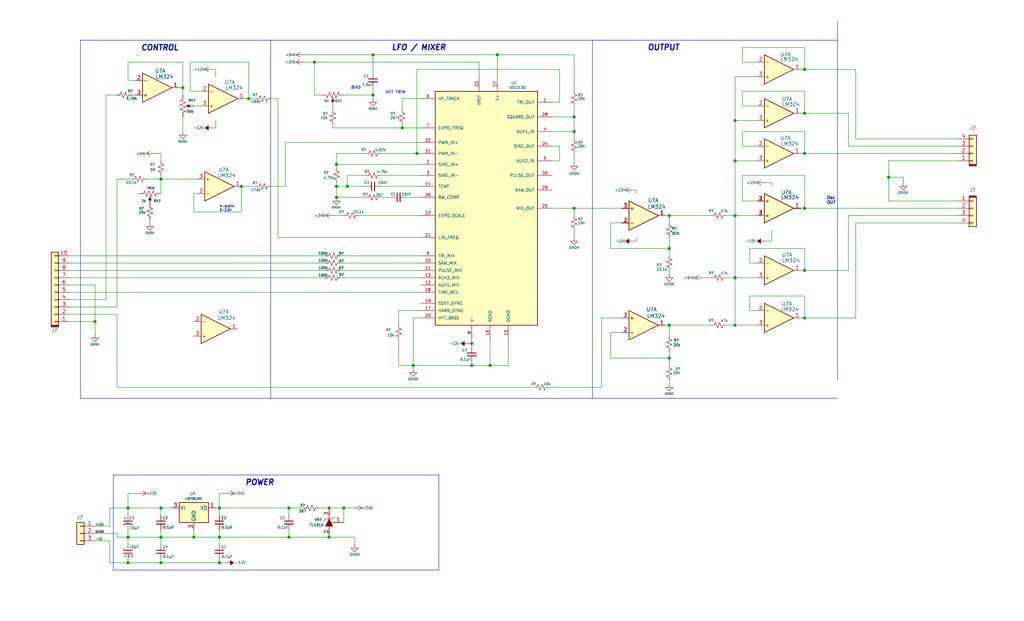
<source format=kicad_sch>
(kicad_sch (version 20231120) (generator "eeschema") (generator_version "8.0")
  (paper "USLegal")
  (title_block (title "Synth #2") (date "2023-07-27") (rev "0.1") (company "      MLE Tech                  Cedar Park, TX") (comment 2 "In Development"))
  (lib_symbols
    (symbol "Amplifier_Operational:LM324" (pin_names (offset 0.127))
      (property "Reference" "U" (at 0 5.08 0))
      (property "Value" "LM324" (at 0 -5.08 0))
      (symbol "LM324_1_1"
        (pin output line (at 7.62 0 180) (length 2.54) (name "~") (number "1"))
        (pin input line (at -7.62 -2.54 0) (length 2.54) (name "-") (number "2"))
        (pin input line (at -7.62 2.54 0) (length 2.54) (name "+") (number "3"))
      )
      (symbol "LM324_2_1"
        (pin input line (at -7.62 2.54 0) (length 2.54) (name "+") (number "5"))
        (pin input line (at -7.62 -2.54 0) (length 2.54) (name "-") (number "6"))
        (pin output line (at 7.62 0 180) (length 2.54) (name "~") (number "7"))
      )
      (symbol "LM324_3_1"
        (pin input line (at -7.62 2.54 0) (length 2.54) (name "+") (number "10"))
        (pin output line (at 7.62 0 180) (length 2.54) (name "~") (number "8"))
        (pin input line (at -7.62 -2.54 0) (length 2.54) (name "-") (number "9"))
      )
      (symbol "LM324_4_1"
        (pin input line (at -7.62 2.54 0) (length 2.54) (name "+") (number "12"))
        (pin input line (at -7.62 -2.54 0) (length 2.54) (name "-") (number "13"))
        (pin output line (at 7.62 0 180) (length 2.54) (name "~") (number "14"))
      )
      (symbol "LM324_5_1"
        (pin power_in line (at -2.54 -7.62 90) (length 3.81) (name "V-") (number "11"))
        (pin power_in line (at -2.54 7.62 270) (length 3.81) (name "V+") (number "4"))
      )
    )
    (symbol "Amplifier_Operational:LM324A" (pin_names (offset 0.127))
      (property "Reference" "U" (at 0 5.08 0))
      (property "Value" "LM324A" (at 0 -5.08 0))
      (symbol "LM324A_1_1"
        (pin output line (at 7.62 0 180) (length 2.54) (name "~") (number "1"))
        (pin input line (at -7.62 -2.54 0) (length 2.54) (name "-") (number "2"))
        (pin input line (at -7.62 2.54 0) (length 2.54) (name "+") (number "3"))
      )
      (symbol "LM324A_2_1"
        (pin input line (at -7.62 2.54 0) (length 2.54) (name "+") (number "5"))
        (pin input line (at -7.62 -2.54 0) (length 2.54) (name "-") (number "6"))
        (pin output line (at 7.62 0 180) (length 2.54) (name "~") (number "7"))
      )
      (symbol "LM324A_3_1"
        (pin input line (at -7.62 2.54 0) (length 2.54) (name "+") (number "10"))
        (pin output line (at 7.62 0 180) (length 2.54) (name "~") (number "8"))
        (pin input line (at -7.62 -2.54 0) (length 2.54) (name "-") (number "9"))
      )
      (symbol "LM324A_4_1"
        (pin input line (at -7.62 2.54 0) (length 2.54) (name "+") (number "12"))
        (pin input line (at -7.62 -2.54 0) (length 2.54) (name "-") (number "13"))
        (pin output line (at 7.62 0 180) (length 2.54) (name "~") (number "14"))
      )
      (symbol "LM324A_5_1"
        (pin power_in line (at -2.54 -7.62 90) (length 3.81) (name "V-") (number "11"))
        (pin power_in line (at -2.54 7.62 270) (length 3.81) (name "V+") (number "4"))
      )
    )
    (symbol "Connector_Generic:Conn_01x03" (pin_names (offset 1.016) hide)
      (property "Reference" "J" (at 0 5.08 0))
      (property "Value" "Conn_01x03" (at 0 -5.08 0))
      (symbol "Conn_01x03_1_1"
        (pin passive line (at -5.08 2.54 0) (length 3.81) (name "Pin_1") (number "1"))
        (pin passive line (at -5.08 0 0) (length 3.81) (name "Pin_2") (number "2"))
        (pin passive line (at -5.08 -2.54 0) (length 3.81) (name "Pin_3") (number "3"))
      )
    )
    (symbol "Connector_keyed_kicad_sym:Conn_01x04" (pin_names (offset 1.016) hide)
      (property "Reference" "J" (at -0.6858 5.588 0))
      (property "Value" "Conn_01x04" (at -0.1524 -7.9502 0))
      (symbol "Conn_01x04_1_1"
        (pin passive line (at -5.08 2.54 0) (length 3.81) (name "Pin_1") (number "1"))
        (pin passive line (at -5.08 0 0) (length 3.81) (name "Pin_2") (number "2"))
        (pin passive line (at -5.08 -2.54 0) (length 3.81) (name "Pin_3") (number "3"))
        (pin passive line (at -5.08 -5.08 0) (length 3.81) (name "Pin_4") (number "4"))
      )
    )
    (symbol "Connector_keyed_kicad_sym:Conn_01x10h" (pin_names (offset 1.016) hide)
      (property "Reference" "J28" (at 0 13.97 0))
      (symbol "Conn_01x10h_1_1"
        (pin passive line (at -5.08 10.16 0) (length 3.81) (name "Pin_1") (number "1"))
        (pin passive line (at -5.08 -12.7 0) (length 3.81) (name "Pin_10") (number "10"))
        (pin passive line (at -5.08 7.62 0) (length 3.81) (name "Pin_2") (number "2"))
        (pin passive line (at -5.08 5.08 0) (length 3.81) (name "Pin_3") (number "3"))
        (pin passive line (at -5.08 2.54 0) (length 3.81) (name "Pin_4") (number "4"))
        (pin passive line (at -5.08 0 0) (length 3.81) (name "Pin_5") (number "5"))
        (pin passive line (at -5.08 -2.54 0) (length 3.81) (name "Pin_6") (number "6"))
        (pin passive line (at -5.08 -5.08 0) (length 3.81) (name "Pin_7") (number "7"))
        (pin passive line (at -5.08 -7.62 0) (length 3.81) (name "Pin_8") (number "8"))
        (pin passive line (at -5.08 -10.16 0) (length 3.81) (name "Pin_9") (number "9"))
      )
    )
    (symbol "Device:C_Polarized_Small_US" (pin_numbers hide) (pin_names (offset 0.254) hide)
      (property "Reference" "C" (at 0.254 1.778 0))
      (property "Value" "C_Polarized_Small_US" (at 0.254 -2.032 0))
      (symbol "C_Polarized_Small_US_1_1"
        (pin passive line (at 0 2.54 270) (length 2.032) (name "~") (number "1"))
        (pin passive line (at 0 -2.54 90) (length 2.032) (name "~") (number "2"))
      )
    )
    (symbol "Device:C_Small" (pin_numbers hide) (pin_names (offset 0.254) hide)
      (property "Reference" "C" (at 0.254 1.778 0))
      (property "Value" "C_Small" (at 0.254 -2.032 0))
      (symbol "C_Small_1_1"
        (pin passive line (at 0 2.54 270) (length 2.032) (name "~") (number "1"))
        (pin passive line (at 0 -2.54 90) (length 2.032) (name "~") (number "2"))
      )
    )
    (symbol "Device:R_Potentiometer_US" (pin_names (offset 1.016) hide)
      (property "Reference" "RV4" (at -1.0668 0.7874 0))
      (property "Value" "5k" (at -1.6256 -0.9906 0))
      (symbol "R_Potentiometer_US_1_1"
        (pin passive line (at 0 3.81 270) (length 1.27) (name "1") (number ""))
        (pin passive line (at 3.81 0 180) (length 1.27) (name "2") (number ""))
        (pin passive line (at 0 -3.81 90) (length 1.27) (name "3") (number ""))
      )
    )
    (symbol "Device:R_Small_US" (pin_numbers hide) (pin_names (offset 0.254) hide)
      (property "Reference" "R" (at 0.762 0.508 0))
      (property "Value" "R_Small_US" (at 0.762 -1.016 0))
      (symbol "R_Small_US_1_1"
        (pin passive line (at 0 2.54 270) (length 1.016) (name "~") (number "1"))
        (pin passive line (at 0 -2.54 90) (length 1.016) (name "~") (number "2"))
      )
    )
    (symbol "Regulator_Linear:LM78L05_TO92" (pin_names (offset 0.254))
      (property "Reference" "U" (at -3.81 3.175 0))
      (property "Value" "LM78L05_TO92" (at 0 3.175 0))
      (symbol "LM78L05_TO92_1_1"
        (pin power_out line (at 7.62 0 180) (length 2.54) (name "VO") (number "1"))
        (pin power_in line (at 0 -7.62 90) (length 2.54) (name "GND") (number "2"))
        (pin power_in line (at -7.62 0 0) (length 2.54) (name "VI") (number "3"))
      )
    )
    (symbol "SSI2130:SSI2130" (pin_names (offset 1.016))
      (property "Reference" "U109" (at 9.4996 43.5102 0))
      (property "Value" "SSI2130" (at 10.8966 41.9354 0))
      (symbol "SSI2130_0_0"
        (pin output line (at 22.86 36.83 180) (length 5.08) (name "TRI_OUT") (number "1"))
        (pin input line (at -22.86 -19.05 0) (length 5.08) (name "SAW_MIX") (number "10"))
        (pin input line (at -22.86 -21.59 0) (length 5.08) (name "PULSE_MIX") (number "11"))
        (pin input line (at -22.86 -26.67 0) (length 5.08) (name "AUX1_MIX") (number "12"))
        (pin input line (at -22.86 -24.13 0) (length 5.08) (name "AUX2_MIX") (number "13"))
        (pin input line (at -22.86 7.62 0) (length 5.08) (name "TCAP") (number "14"))
        (pin power_in line (at 7.62 -45.72 90) (length 5.08) (name "DGND") (number "15"))
        (pin power_in line (at 1.27 -45.72 90) (length 5.08) (name "AGND") (number "16"))
        (pin input line (at -22.86 -35.56 0) (length 5.08) (name "HARD_SYNC") (number "17"))
        (pin input line (at -22.86 -29.21 0) (length 5.08) (name "TIME_REV") (number "18"))
        (pin input line (at -22.86 -33.02 0) (length 5.08) (name "SOFT_SYNC") (number "19"))
        (pin input line (at -22.86 15.24 0) (length 5.08) (name "SINE_IN+") (number "2"))
        (pin input line (at -22.86 -38.1 0) (length 5.08) (name "HFT_BASE") (number "20"))
        (pin input line (at -22.86 -10.16 0) (length 5.08) (name "LIN_FREQ") (number "21"))
        (pin input line (at -22.86 -2.54 0) (length 5.08) (name "EXPO_SCALE") (number "22"))
        (pin input line (at -2.54 45.72 270) (length 5.08) (name "VREF") (number "23"))
        (pin output line (at 22.86 21.59 180) (length 5.08) (name "SINE_OUT") (number "24"))
        (pin output line (at 22.86 0 180) (length 5.08) (name "MIX_OUT") (number "25"))
        (pin input line (at -22.86 3.81 0) (length 5.08) (name "BW_COMP") (number "26"))
        (pin power_in line (at 3.81 45.72 270) (length 5.08) (name "V+") (number "27"))
        (pin output line (at 22.86 31.75 180) (length 5.08) (name "SQUARE_OUT") (number "28"))
        (pin output line (at 22.86 6.35 180) (length 5.08) (name "SAW_OUT") (number "29"))
        (pin input line (at -22.86 11.43 0) (length 5.08) (name "SINE_IN-") (number "3"))
        (pin output line (at 22.86 11.43 180) (length 5.08) (name "PULSE_OUT") (number "30"))
        (pin input line (at -22.86 19.05 0) (length 5.08) (name "PWM_IN-") (number "31"))
        (pin input line (at -22.86 22.86 0) (length 5.08) (name "PWM_IN+") (number "32"))
        (pin input line (at 22.86 26.67 180) (length 5.08) (name "AUX1_IN") (number "4"))
        (pin input line (at 22.86 16.51 180) (length 5.08) (name "AUX2_IN") (number "5"))
        (pin output line (at -22.86 38.1 0) (length 5.08) (name "HF_TRACK") (number "6"))
        (pin input line (at -22.86 27.94 0) (length 5.08) (name "EXPO_FREQ") (number "7"))
        (pin power_in line (at -5.08 -45.72 90) (length 5.08) (name "V-") (number "8"))
        (pin input line (at -22.86 -16.51 0) (length 5.08) (name "TRI_MIX") (number "9"))
      )
    )
    (symbol "dk_PMIC-Voltage-Reference:TL431CLPM" (pin_names (offset 0) hide)
      (property "Reference" "VR" (at -2.54 3.175 0))
      (property "Value" "TL431CLPM" (at -5.715 0 90))
      (symbol "TL431CLPM_1_1"
        (pin passive line (at 5.08 0 180) (length 3.81) (name "REF") (number "1"))
        (pin passive line (at 0 -5.08 90) (length 3.81) (name "A") (number "2"))
        (pin passive line (at 0 5.08 270) (length 3.81) (name "K") (number "3"))
      )
    )
    (symbol "power:+12V" (power) (pin_names (offset 0))
      (property "Value" "+12V" (at 0 3.556 0))
      (symbol "+12V_1_1"
        (pin power_in line (at 0 0 90) (length 0) hide (name "+12V") (number "1"))
      )
    )
    (symbol "power:+2V5" (power) (pin_names (offset 0))
      (property "Value" "+2V5" (at 0 3.556 0))
      (symbol "+2V5_1_1"
        (pin power_in line (at 0 0 90) (length 0) hide (name "+2V5") (number "1"))
      )
    )
    (symbol "power:+5VA" (power) (pin_names (offset 0))
      (property "Value" "+5VA" (at 0 3.556 0))
      (symbol "+5VA_1_1"
        (pin power_in line (at 0 0 90) (length 0) hide (name "+5VA") (number "1"))
      )
    )
    (symbol "power:-12V" (power) (pin_names (offset 0))
      (property "Value" "-12V" (at 0 3.81 0))
      (symbol "-12V_0_0"
        (pin power_in line (at 0 0 90) (length 0) hide (name "-12V") (number "1"))
      )
    )
    (symbol "power:GNDA" (power) (pin_names (offset 0))
      (property "Value" "GNDA" (at 0 -3.81 0))
      (symbol "GNDA_1_1"
        (pin power_in line (at 0 0 270) (length 0) hide (name "GNDA") (number "1"))
      )
    )
  )
  (junction (at 279.4 53.34))
  (junction (at 255.27 41.91))
  (junction (at 76.2 195.58))
  (junction (at 44.45 186.69))
  (junction (at 129.54 19.05))
  (junction (at 255.27 74.93))
  (junction (at 55.88 195.58))
  (junction (at 44.45 176.53))
  (junction (at 255.27 55.88))
  (junction (at 83.82 64.77))
  (junction (at 109.22 21.59))
  (junction (at 86.36 34.29))
  (junction (at 172.72 19.05))
  (junction (at 76.2 186.69))
  (junction (at 76.2 176.53))
  (junction (at 100.33 176.53))
  (junction (at 143.51 127))
  (junction (at 114.3 186.69))
  (junction (at 144.78 53.34))
  (junction (at 170.18 127))
  (junction (at 232.41 113.03))
  (junction (at 67.31 186.69))
  (junction (at 100.33 186.69))
  (junction (at 163.83 127))
  (junction (at 139.7 44.45))
  (junction (at 232.41 124.46))
  (junction (at 63.5 30.48))
  (junction (at 114.3 176.53))
  (junction (at 163.83 119.38))
  (junction (at 33.02 111.76))
  (junction (at 55.88 186.69))
  (junction (at 279.4 110.49))
  (junction (at 116.84 64.77))
  (junction (at 55.88 176.53))
  (junction (at 55.88 62.23))
  (junction (at 279.4 72.39))
  (junction (at 232.41 86.36))
  (junction (at 255.27 96.52))
  (junction (at 116.84 57.15))
  (junction (at 232.41 74.93))
  (junction (at 116.84 68.58))
  (junction (at 119.38 176.53))
  (junction (at 279.4 39.37))
  (junction (at 279.4 93.98))
  (junction (at 279.4 24.13))
  (junction (at 308.61 61.595))
  (junction (at 129.54 33.02))
  (junction (at 120.65 64.77))
  (junction (at 199.39 40.64))
  (junction (at 44.45 195.58))
  (junction (at 255.27 113.03))
  (junction (at 199.39 72.39))
  (junction (at 199.39 45.72))
  (wire (pts (xy 279.4 86.36) (xy 279.4 93.98)))
  (wire (pts (xy 265.43 63.5) (xy 267.97 63.5)))
  (wire (pts (xy 55.88 186.69) (xy 67.31 186.69)))
  (wire (pts (xy 262.89 96.52) (xy 255.27 96.52)))
  (wire (pts (xy 119.38 176.53) (xy 114.3 176.53)))
  (polyline (pts (xy 290.83 138.43) (xy 35.56 138.43)))
  (wire (pts (xy 55.88 194.31) (xy 55.88 195.58)))
  (wire (pts (xy 40.64 62.23) (xy 40.64 106.68)))
  (polyline (pts (xy 35.56 13.97) (xy 290.83 13.97)))
  (wire (pts (xy 257.81 60.96) (xy 257.81 69.85)))
  (wire (pts (xy 232.41 121.92) (xy 232.41 124.46)))
  (wire (pts (xy 144.78 24.13) (xy 194.31 24.13)))
  (wire (pts (xy 332.74 74.93) (xy 294.64 74.93)))
  (wire (pts (xy 115.57 44.45) (xy 139.7 44.45)))
  (wire (pts (xy 38.1 182.88) (xy 38.1 176.53)))
  (wire (pts (xy 55.88 62.23) (xy 68.58 62.23)))
  (wire (pts (xy 96.52 34.29) (xy 96.52 82.55)))
  (wire (pts (xy 127 60.96) (xy 120.65 60.96)))
  (wire (pts (xy 139.7 43.18) (xy 139.7 44.45)))
  (wire (pts (xy 138.43 118.11) (xy 138.43 127)))
  (wire (pts (xy 267.97 80.01) (xy 267.97 83.82)))
  (wire (pts (xy 24.13 101.6) (xy 146.05 101.6)))
  (polyline (pts (xy 35.56 13.97) (xy 27.94 13.97)))
  (wire (pts (xy 262.89 113.03) (xy 255.27 113.03)))
  (wire (pts (xy 294.64 50.8) (xy 294.64 39.37)))
  (wire (pts (xy 105.41 176.53) (xy 100.33 176.53)))
  (wire (pts (xy 76.2 195.58) (xy 78.74 195.58)))
  (wire (pts (xy 212.09 86.36) (xy 232.41 86.36)))
  (wire (pts (xy 260.35 107.95) (xy 262.89 107.95)))
  (wire (pts (xy 255.27 96.52) (xy 255.27 113.03)))
  (wire (pts (xy 135.89 68.58) (xy 132.08 68.58)))
  (wire (pts (xy 297.18 48.26) (xy 297.18 24.13)))
  (wire (pts (xy 255.27 74.93) (xy 255.27 96.52)))
  (wire (pts (xy 24.13 104.14) (xy 36.83 104.14)))
  (polyline (pts (xy 93.98 134.62) (xy 93.98 13.97)))
  (wire (pts (xy 76.2 184.15) (xy 76.2 186.69)))
  (wire (pts (xy 278.13 24.13) (xy 279.4 24.13)))
  (wire (pts (xy 63.5 40.64) (xy 63.5 45.72)))
  (wire (pts (xy 194.31 50.8) (xy 194.31 55.88)))
  (wire (pts (xy 33.02 99.06) (xy 24.13 99.06)))
  (wire (pts (xy 166.37 26.67) (xy 166.37 21.59)))
  (wire (pts (xy 163.83 127) (xy 163.83 125.73)))
  (wire (pts (xy 260.35 86.36) (xy 260.35 91.44)))
  (wire (pts (xy 67.31 36.83) (xy 69.85 36.83)))
  (wire (pts (xy 115.57 43.18) (xy 115.57 44.45)))
  (wire (pts (xy 232.41 74.93) (xy 247.015 74.93)))
  (wire (pts (xy 212.09 124.46) (xy 212.09 115.57)))
  (wire (pts (xy 143.51 110.49) (xy 143.51 127)))
  (wire (pts (xy 127 64.77) (xy 120.65 64.77)))
  (wire (pts (xy 48.26 171.45) (xy 44.45 171.45)))
  (wire (pts (xy 96.52 82.55) (xy 146.05 82.55)))
  (wire (pts (xy 38.1 176.53) (xy 44.45 176.53)))
  (wire (pts (xy 132.08 60.96) (xy 146.05 60.96)))
  (wire (pts (xy 144.78 53.34) (xy 144.78 24.13)))
  (wire (pts (xy 67.31 73.66) (xy 67.31 67.31)))
  (wire (pts (xy 313.69 63.5) (xy 313.69 61.595)))
  (wire (pts (xy 139.7 44.45) (xy 146.05 44.45)))
  (wire (pts (xy 194.31 35.56) (xy 194.31 24.13)))
  (wire (pts (xy 93.98 64.77) (xy 99.06 64.77)))
  (wire (pts (xy 199.39 36.83) (xy 199.39 40.64)))
  (wire (pts (xy 55.88 176.53) (xy 59.69 176.53)))
  (wire (pts (xy 257.81 31.75) (xy 257.81 36.83)))
  (wire (pts (xy 219.71 66.04) (xy 220.98 66.04)))
  (wire (pts (xy 191.77 45.72) (xy 199.39 45.72)))
  (wire (pts (xy 332.74 69.85) (xy 308.61 69.85)))
  (wire (pts (xy 118.11 91.44) (xy 146.05 91.44)))
  (wire (pts (xy 100.33 179.07) (xy 100.33 176.53)))
  (wire (pts (xy 24.13 91.44) (xy 113.03 91.44)))
  (wire (pts (xy 146.05 107.95) (xy 138.43 107.95)))
  (polyline (pts (xy 93.98 134.62) (xy 93.98 138.43)))
  (wire (pts (xy 67.31 186.69) (xy 76.2 186.69)))
  (wire (pts (xy 308.61 61.595) (xy 308.61 55.88)))
  (wire (pts (xy 83.82 64.77) (xy 83.82 73.66)))
  (wire (pts (xy 199.39 72.39) (xy 215.9 72.39)))
  (wire (pts (xy 127 53.34) (xy 116.84 53.34)))
  (wire (pts (xy 255.27 26.67) (xy 255.27 41.91)))
  (wire (pts (xy 260.35 86.36) (xy 279.4 86.36)))
  (wire (pts (xy 332.74 77.47) (xy 297.18 77.47)))
  (wire (pts (xy 144.78 53.34) (xy 146.05 53.34)))
  (wire (pts (xy 88.9 64.77) (xy 83.82 64.77)))
  (wire (pts (xy 24.13 96.52) (xy 113.03 96.52)))
  (wire (pts (xy 279.4 102.87) (xy 279.4 110.49)))
  (wire (pts (xy 279.4 39.37) (xy 279.4 31.75)))
  (wire (pts (xy 257.81 69.85) (xy 262.89 69.85)))
  (wire (pts (xy 114.3 186.69) (xy 100.33 186.69)))
  (wire (pts (xy 262.89 50.8) (xy 257.81 50.8)))
  (wire (pts (xy 232.41 77.47) (xy 232.41 74.93)))
  (wire (pts (xy 262.89 41.91) (xy 255.27 41.91)))
  (wire (pts (xy 50.8 62.23) (xy 55.88 62.23)))
  (wire (pts (xy 73.66 24.13) (xy 74.93 24.13)))
  (wire (pts (xy 116.84 53.34) (xy 116.84 57.15)))
  (wire (pts (xy 215.9 77.47) (xy 212.09 77.47)))
  (wire (pts (xy 278.13 72.39) (xy 279.4 72.39)))
  (wire (pts (xy 279.4 72.39) (xy 279.4 60.96)))
  (wire (pts (xy 67.31 67.31) (xy 68.58 67.31)))
  (wire (pts (xy 191.77 55.88) (xy 194.31 55.88)))
  (wire (pts (xy 294.64 74.93) (xy 294.64 93.98)))
  (wire (pts (xy 44.45 186.69) (xy 55.88 186.69)))
  (wire (pts (xy 132.08 64.77) (xy 146.05 64.77)))
  (wire (pts (xy 76.2 189.23) (xy 76.2 186.69)))
  (wire (pts (xy 232.41 124.46) (xy 212.09 124.46)))
  (wire (pts (xy 111.76 33.02) (xy 109.22 33.02)))
  (wire (pts (xy 199.39 80.01) (xy 199.39 82.55)))
  (wire (pts (xy 191.77 72.39) (xy 199.39 72.39)))
  (wire (pts (xy 232.41 86.36) (xy 232.41 88.9)))
  (wire (pts (xy 119.38 33.02) (xy 129.54 33.02)))
  (polyline (pts (xy 290.83 7.62) (xy 290.83 132.08)))
  (wire (pts (xy 146.05 34.29) (xy 139.7 34.29)))
  (wire (pts (xy 44.45 171.45) (xy 44.45 176.53)))
  (polyline (pts (xy 205.74 134.62) (xy 205.74 138.43)))
  (wire (pts (xy 24.13 109.22) (xy 40.64 109.22)))
  (polyline (pts (xy 152.4 198.12) (xy 152.4 165.1)))
  (wire (pts (xy 191.77 40.64) (xy 199.39 40.64)))
  (wire (pts (xy 257.81 21.59) (xy 262.89 21.59)))
  (wire (pts (xy 262.89 55.88) (xy 255.27 55.88)))
  (wire (pts (xy 36.83 104.14) (xy 36.83 33.02)))
  (wire (pts (xy 297.18 77.47) (xy 297.18 110.49)))
  (wire (pts (xy 38.1 187.96) (xy 33.02 187.96)))
  (wire (pts (xy 232.41 116.84) (xy 232.41 113.03)))
  (wire (pts (xy 88.9 34.29) (xy 86.36 34.29)))
  (wire (pts (xy 63.5 33.02) (xy 63.5 30.48)))
  (wire (pts (xy 308.61 61.595) (xy 308.61 69.85)))
  (wire (pts (xy 231.14 74.93) (xy 232.41 74.93)))
  (polyline (pts (xy 205.74 13.97) (xy 205.74 134.62)))
  (wire (pts (xy 129.54 34.29) (xy 129.54 33.02)))
  (wire (pts (xy 44.45 194.31) (xy 44.45 195.58)))
  (wire (pts (xy 172.72 19.05) (xy 172.72 26.67)))
  (wire (pts (xy 199.39 40.64) (xy 199.39 45.72)))
  (wire (pts (xy 129.54 19.05) (xy 105.41 19.05)))
  (wire (pts (xy 279.4 39.37) (xy 294.64 39.37)))
  (wire (pts (xy 44.45 27.94) (xy 46.99 27.94)))
  (wire (pts (xy 115.57 74.93) (xy 119.38 74.93)))
  (wire (pts (xy 260.35 91.44) (xy 262.89 91.44)))
  (wire (pts (xy 132.08 53.34) (xy 144.78 53.34)))
  (wire (pts (xy 24.13 93.98) (xy 113.03 93.98)))
  (wire (pts (xy 252.095 96.52) (xy 255.27 96.52)))
  (wire (pts (xy 44.45 21.59) (xy 63.5 21.59)))
  (polyline (pts (xy 27.94 13.97) (xy 27.94 138.43)))
  (wire (pts (xy 257.81 36.83) (xy 262.89 36.83)))
  (wire (pts (xy 208.915 110.49) (xy 215.9 110.49)))
  (wire (pts (xy 55.88 55.88) (xy 55.88 53.34)))
  (wire (pts (xy 199.39 19.05) (xy 172.72 19.05)))
  (wire (pts (xy 55.88 53.34) (xy 53.34 53.34)))
  (wire (pts (xy 143.51 127) (xy 163.83 127)))
  (wire (pts (xy 40.64 109.22) (xy 40.64 134.62)))
  (wire (pts (xy 86.36 34.29) (xy 85.09 34.29)))
  (wire (pts (xy 99.06 49.53) (xy 99.06 64.77)))
  (wire (pts (xy 116.84 63.5) (xy 116.84 64.77)))
  (wire (pts (xy 143.51 128.27) (xy 143.51 127)))
  (wire (pts (xy 118.11 93.98) (xy 146.05 93.98)))
  (wire (pts (xy 44.45 186.69) (xy 44.45 189.23)))
  (wire (pts (xy 139.7 34.29) (xy 139.7 38.1)))
  (wire (pts (xy 33.02 111.76) (xy 33.02 116.205)))
  (wire (pts (xy 138.43 107.95) (xy 138.43 113.03)))
  (wire (pts (xy 40.64 186.69) (xy 44.45 186.69)))
  (wire (pts (xy 163.83 118.11) (xy 163.83 119.38)))
  (wire (pts (xy 232.41 113.03) (xy 231.14 113.03)))
  (wire (pts (xy 265.43 83.82) (xy 267.97 83.82)))
  (wire (pts (xy 162.56 119.38) (xy 163.83 119.38)))
  (wire (pts (xy 199.39 53.34) (xy 199.39 56.515)))
  (wire (pts (xy 220.98 82.55) (xy 220.98 83.82)))
  (wire (pts (xy 73.66 44.45) (xy 74.93 44.45)))
  (wire (pts (xy 199.39 74.93) (xy 199.39 72.39)))
  (wire (pts (xy 76.2 176.53) (xy 100.33 176.53)))
  (wire (pts (xy 76.2 171.45) (xy 78.74 171.45)))
  (wire (pts (xy 76.2 186.69) (xy 100.33 186.69)))
  (wire (pts (xy 279.4 60.96) (xy 257.81 60.96)))
  (wire (pts (xy 279.4 72.39) (xy 332.74 72.39)))
  (wire (pts (xy 66.04 31.75) (xy 69.85 31.75)))
  (polyline (pts (xy 39.37 165.1) (xy 39.37 198.12)))
  (wire (pts (xy 313.69 61.595) (xy 308.61 61.595)))
  (wire (pts (xy 66.04 21.59) (xy 86.36 21.59)))
  (wire (pts (xy 120.65 64.77) (xy 116.84 64.77)))
  (wire (pts (xy 66.04 31.75) (xy 66.04 21.59)))
  (wire (pts (xy 55.88 62.23) (xy 55.88 67.31)))
  (wire (pts (xy 44.45 184.15) (xy 44.45 186.69)))
  (wire (pts (xy 176.53 127) (xy 170.18 127)))
  (wire (pts (xy 116.84 57.15) (xy 146.05 57.15)))
  (wire (pts (xy 332.74 48.26) (xy 297.18 48.26)))
  (wire (pts (xy 119.38 176.53) (xy 123.19 176.53)))
  (wire (pts (xy 123.19 189.23) (xy 123.19 186.69)))
  (wire (pts (xy 76.2 179.07) (xy 76.2 176.53)))
  (wire (pts (xy 255.27 55.88) (xy 255.27 74.93)))
  (wire (pts (xy 297.18 110.49) (xy 279.4 110.49)))
  (wire (pts (xy 129.54 33.02) (xy 129.54 30.48)))
  (wire (pts (xy 143.51 110.49) (xy 146.05 110.49)))
  (wire (pts (xy 297.18 24.13) (xy 279.4 24.13)))
  (wire (pts (xy 279.4 45.72) (xy 279.4 53.34)))
  (wire (pts (xy 38.1 195.58) (xy 44.45 195.58)))
  (wire (pts (xy 127 68.58) (xy 116.84 68.58)))
  (wire (pts (xy 172.72 19.05) (xy 129.54 19.05)))
  (wire (pts (xy 76.2 194.31) (xy 76.2 195.58)))
  (wire (pts (xy 115.57 38.1) (xy 115.57 36.83)))
  (wire (pts (xy 199.39 45.72) (xy 199.39 48.26)))
  (wire (pts (xy 33.02 185.42) (xy 40.64 185.42)))
  (wire (pts (xy 279.4 16.51) (xy 279.4 24.13)))
  (wire (pts (xy 118.11 88.9) (xy 146.05 88.9)))
  (wire (pts (xy 116.84 64.77) (xy 116.84 68.58)))
  (wire (pts (xy 176.53 118.11) (xy 176.53 127)))
  (wire (pts (xy 332.74 53.34) (xy 279.4 53.34)))
  (wire (pts (xy 55.88 184.15) (xy 55.88 186.69)))
  (wire (pts (xy 55.88 195.58) (xy 44.45 195.58)))
  (polyline (pts (xy 39.37 198.12) (xy 152.4 198.12)))
  (wire (pts (xy 109.22 33.02) (xy 109.22 21.59)))
  (polyline (pts (xy 39.37 165.1) (xy 152.4 165.1)))
  (wire (pts (xy 118.11 96.52) (xy 146.05 96.52)))
  (wire (pts (xy 255.27 41.91) (xy 255.27 55.88)))
  (wire (pts (xy 100.33 184.15) (xy 100.33 186.69)))
  (wire (pts (xy 67.31 184.15) (xy 67.31 186.69)))
  (wire (pts (xy 109.22 21.59) (xy 166.37 21.59)))
  (wire (pts (xy 278.13 93.98) (xy 279.4 93.98)))
  (wire (pts (xy 232.41 93.98) (xy 232.41 95.25)))
  (wire (pts (xy 74.93 41.91) (xy 74.93 44.45)))
  (wire (pts (xy 67.31 73.66) (xy 83.82 73.66)))
  (wire (pts (xy 257.81 45.72) (xy 279.4 45.72)))
  (wire (pts (xy 33.02 182.88) (xy 38.1 182.88)))
  (wire (pts (xy 40.64 185.42) (xy 40.64 186.69)))
  (wire (pts (xy 33.02 99.06) (xy 33.02 111.76)))
  (wire (pts (xy 278.13 110.49) (xy 279.4 110.49)))
  (wire (pts (xy 110.49 176.53) (xy 114.3 176.53)))
  (wire (pts (xy 52.07 76.2) (xy 52.07 77.47)))
  (wire (pts (xy 93.98 34.29) (xy 96.52 34.29)))
  (wire (pts (xy 55.88 60.96) (xy 55.88 62.23)))
  (wire (pts (xy 191.77 50.8) (xy 194.31 50.8)))
  (wire (pts (xy 208.915 134.62) (xy 190.5 134.62)))
  (wire (pts (xy 232.41 133.35) (xy 232.41 132.08)))
  (wire (pts (xy 232.41 127) (xy 232.41 124.46)))
  (wire (pts (xy 199.39 31.75) (xy 199.39 19.05)))
  (wire (pts (xy 163.83 119.38) (xy 163.83 120.65)))
  (wire (pts (xy 267.97 63.5) (xy 267.97 64.77)))
  (wire (pts (xy 232.41 82.55) (xy 232.41 86.36)))
  (wire (pts (xy 24.13 88.9) (xy 113.03 88.9)))
  (wire (pts (xy 124.46 74.93) (xy 146.05 74.93)))
  (wire (pts (xy 279.4 31.75) (xy 257.81 31.75)))
  (wire (pts (xy 55.88 179.07) (xy 55.88 176.53)))
  (wire (pts (xy 119.38 181.61) (xy 119.38 176.53)))
  (wire (pts (xy 44.45 27.94) (xy 44.45 21.59)))
  (wire (pts (xy 208.915 134.62) (xy 208.915 110.49)))
  (wire (pts (xy 279.4 102.87) (xy 260.35 102.87)))
  (wire (pts (xy 76.2 195.58) (xy 55.88 195.58)))
  (wire (pts (xy 74.93 176.53) (xy 76.2 176.53)))
  (wire (pts (xy 45.72 33.02) (xy 46.99 33.02)))
  (wire (pts (xy 40.64 134.62) (xy 185.42 134.62)))
  (wire (pts (xy 257.81 50.8) (xy 257.81 45.72)))
  (wire (pts (xy 220.98 67.31) (xy 220.98 66.04)))
  (wire (pts (xy 86.36 21.59) (xy 86.36 34.29)))
  (wire (pts (xy 170.18 118.11) (xy 170.18 127)))
  (wire (pts (xy 212.09 77.47) (xy 212.09 86.36)))
  (wire (pts (xy 243.84 96.52) (xy 247.015 96.52)))
  (wire (pts (xy 262.89 26.67) (xy 255.27 26.67)))
  (wire (pts (xy 252.095 113.03) (xy 255.27 113.03)))
  (wire (pts (xy 44.45 176.53) (xy 55.88 176.53)))
  (wire (pts (xy 120.65 60.96) (xy 120.65 64.77)))
  (wire (pts (xy 260.35 102.87) (xy 260.35 107.95)))
  (wire (pts (xy 262.89 74.93) (xy 255.27 74.93)))
  (wire (pts (xy 116.84 57.15) (xy 116.84 58.42)))
  (wire (pts (xy 332.74 50.8) (xy 294.64 50.8)))
  (wire (pts (xy 278.13 53.34) (xy 279.4 53.34)))
  (wire (pts (xy 38.1 187.96) (xy 38.1 195.58)))
  (wire (pts (xy 247.015 113.03) (xy 232.41 113.03)))
  (wire (pts (xy 99.06 49.53) (xy 146.05 49.53)))
  (wire (pts (xy 63.5 21.59) (xy 63.5 30.48)))
  (wire (pts (xy 76.2 176.53) (xy 76.2 171.45)))
  (wire (pts (xy 191.77 35.56) (xy 194.31 35.56)))
  (wire (pts (xy 24.13 106.68) (xy 40.64 106.68)))
  (wire (pts (xy 36.83 33.02) (xy 40.64 33.02)))
  (wire (pts (xy 129.54 19.05) (xy 129.54 25.4)))
  (wire (pts (xy 105.41 21.59) (xy 109.22 21.59)))
  (wire (pts (xy 170.18 127) (xy 163.83 127)))
  (wire (pts (xy 212.09 115.57) (xy 215.9 115.57)))
  (wire (pts (xy 140.97 68.58) (xy 146.05 68.58)))
  (polyline (pts (xy 35.56 138.43) (xy 27.94 138.43)))
  (wire (pts (xy 252.095 74.93) (xy 255.27 74.93)))
  (wire (pts (xy 219.71 83.82) (xy 220.98 83.82)))
  (wire (pts (xy 62.23 30.48) (xy 63.5 30.48)))
  (wire (pts (xy 123.19 186.69) (xy 114.3 186.69)))
  (wire (pts (xy 278.13 39.37) (xy 279.4 39.37)))
  (wire (pts (xy 279.4 93.98) (xy 294.64 93.98)))
  (wire (pts (xy 45.72 62.23) (xy 40.64 62.23)))
  (wire (pts (xy 257.81 16.51) (xy 257.81 21.59)))
  (wire (pts (xy 44.45 176.53) (xy 44.45 179.07)))
  (wire (pts (xy 138.43 127) (xy 143.51 127)))
  (wire (pts (xy 257.81 16.51) (xy 279.4 16.51)))
  (wire (pts (xy 24.13 111.76) (xy 33.02 111.76)))
  (wire (pts (xy 332.74 55.88) (xy 308.61 55.88)))
  (wire (pts (xy 74.93 26.67) (xy 74.93 24.13)))
  (wire (pts (xy 55.88 189.23) (xy 55.88 186.69)))
  (text "Osc\nOUT" (at 287.02 71.12 0) (effects (font (size 1.016 1.016) (thickness 0.2032) (bold yes) (italic yes)) (justify left bottom)))
  (text "_{HFT TRIM}" (at 133.7056 32.7152 0) (effects (font (size 1.27 1.27) (italic yes)) (justify left bottom)))
  (text "LFO / MIXER" (at 135.89 17.78 0) (effects (font (size 1.905 1.905) (bold yes) (italic yes)) (justify left bottom)))
  (text "CONTROL" (at 48.8404 17.8608 0) (effects (font (size 1.905 1.905) (bold yes) (italic yes)) (justify left bottom)))
  (text "_{TRIM}" (at 50.8 66.04 0) (effects (font (size 1.016 1.016) (italic yes)) (justify left bottom)))
  (text "0-2.5V" (at 76.2 73.66 0) (effects (font (size 0.762 0.762)) (justify left bottom)))
  (text "_{BIAS}" (at 121.8184 31.0642 0) (effects (font (size 1.27 1.27) (italic yes)) (justify left bottom)))
  (text "P-WIDTH" (at 76.2 72.39 0) (effects (font (size 0.762 0.762)) (justify left bottom)))
  (text "POWER" (at 85.09 168.91 0) (effects (font (size 1.905 1.905) (bold yes) (italic yes)) (justify left bottom)))
  (text "OUTPUT\n" (at 224.79 17.78 0) (effects (font (size 1.905 1.905) (bold yes) (italic yes)) (justify left bottom)))
  (label "GNDA" (at 33.02 185.42 0) (effects (font (size 0.762 0.762))))
  (label "-12" (at 33.02 187.96 0) (effects (font (size 0.762 0.762))))
  (label "+12v" (at 33.02 182.88 0) (effects (font (size 0.762 0.762))))
  (symbol (lib_id "power:GNDA") (at 129.54 34.29 0) (unit 1)
    (property "Reference" "#PWR?" (effects (hide yes)))
    (property "Value" "GNDA" (at 129.4892 37.7444 0) (effects (font (size 0.762 0.762))))
  )
  (symbol (lib_id "power:-12V") (at 265.43 83.82 90) (mirror x) (unit 1)
    (property "Reference" "#PWR?" (effects (hide yes)))
    (property "Value" "-12V" (at 262.5344 83.7438 90) (effects (font (size 0.889 0.889)) (justify left)))
  )
  (symbol (lib_id "power:-12V") (at 162.56 119.38 90) (unit 1)
    (property "Reference" "#PWR?" (effects (hide yes)))
    (property "Value" "-12V" (at 159.6136 119.4054 90) (effects (font (size 0.889 0.889)) (justify left)))
  )
  (symbol (lib_id "Amplifier_Operational:LM324A") (at 77.47 34.29 0) (mirror x) (unit 1)
    (property "Reference" "U?" (at 79.8004 28.51 0))
    (property "Value" "LM324" (at 81.28 30.48 0))
    (property "Datasheet" "http://www.ti.com/lit/ds/symlink/lm2902-n.pdf" (effects (hide yes)))
  )
  (symbol (lib_id "power:GNDA") (at 232.41 133.35 0) (unit 1)
    (property "Reference" "#PWR?" (effects (hide yes)))
    (property "Value" "GNDA" (at 232.3592 136.8044 0) (effects (font (size 0.762 0.762))))
  )
  (symbol (lib_id "Amplifier_Operational:LM324A") (at 74.93 114.3 0) (mirror x) (unit 1)
    (property "Reference" "U?" (at 77.6685 108.3063 0))
    (property "Value" "LM324" (at 78.74 110.49 0))
    (property "Datasheet" "http://www.ti.com/lit/ds/symlink/lm2902-n.pdf" (effects (hide yes)))
  )
  (symbol (lib_id "Amplifier_Operational:LM324A") (at 54.61 30.48 0) (mirror x) (unit 1)
    (property "Reference" "U?" (at 55.6631 24.5994 0))
    (property "Value" "LM324" (at 57.15 26.67 0))
    (property "Datasheet" "http://www.ti.com/lit/ds/symlink/lm2902-n.pdf" (effects (hide yes)))
  )
  (symbol (lib_id "power:+12V") (at 219.71 66.04 90) (mirror x) (unit 1)
    (property "Reference" "#PWR?" (effects (hide yes)))
    (property "Value" "+12V" (at 217.17 66.04 90) (effects (font (size 0.889 0.889)) (justify left)))
  )
  (symbol (lib_id "Device:R_Small_US") (at 199.39 50.8 0) (unit 1)
    (property "Reference" "R?" (at 200.66 49.53 0) (effects (font (size 0.889 0.889)) (justify left)))
    (property "Value" "20k" (at 200.66 50.8 0) (effects (font (size 0.889 0.889)) (justify left)))
  )
  (symbol (lib_id "power:GNDA") (at 199.39 56.515 0) (unit 1)
    (property "Reference" "#PWR?" (effects (hide yes)))
    (property "Value" "GNDA" (at 199.39 60.325 0) (effects (font (size 0.889 0.889))))
  )
  (symbol (lib_id "power:+5VA") (at 105.41 19.05 90) (unit 1)
    (property "Reference" "#PWR?" (effects (hide yes)))
    (property "Value" "+5VA" (at 102.6668 19.05 90) (effects (font (size 0.889 0.889)) (justify left)))
  )
  (symbol (lib_id "Device:R_Small_US") (at 121.92 74.93 90) (unit 1)
    (property "Reference" "R?" (at 118.6165 73.6918 90) (effects (font (size 0.889 0.889))))
    (property "Value" "22.1k" (at 124.46 73.66 90) (effects (font (size 0.889 0.889))))
  )
  (symbol (lib_id "Device:R_Small_US") (at 48.26 62.23 90) (unit 1)
    (property "Reference" "R?" (at 45.847 60.8584 90) (effects (font (size 0.889 0.889))))
    (property "Value" "22.1k" (at 45.6438 63.4492 90) (effects (font (size 0.889 0.889))))
  )
  (symbol (lib_id "Device:R_Small_US") (at 43.18 33.02 90) (unit 1)
    (property "Reference" "R?" (at 45.2314 31.6623 90) (effects (font (size 0.889 0.889))))
    (property "Value" "4.70k" (at 45.72 34.29 90) (effects (font (size 0.889 0.889))))
  )
  (symbol (lib_id "power:+12V") (at 73.66 24.13 90) (mirror x) (unit 1)
    (property "Reference" "#PWR?" (effects (hide yes)))
    (property "Value" "+12V" (at 71.12 24.13 90) (effects (font (size 0.889 0.889)) (justify left)))
  )
  (symbol (lib_id "Device:R_Small_US") (at 232.41 129.54 0) (unit 1)
    (property "Reference" "R?" (at 235.4522 128.2205 0) (effects (font (size 0.889 0.889))))
    (property "Value" "20k" (at 234.95 129.54 0) (effects (font (size 0.889 0.889))))
  )
  (symbol (lib_id "Device:R_Small_US") (at 107.95 176.53 90) (unit 1)
    (property "Reference" "R?" (at 105.0798 175.641 90) (effects (font (size 0.889 0.889))))
    (property "Value" "267" (at 105.0798 177.5968 90) (effects (font (size 0.889 0.889))))
  )
  (symbol (lib_id "Device:R_Small_US") (at 91.44 64.77 90) (unit 1)
    (property "Reference" "R?" (at 88.5522 63.6116 90) (effects (font (size 0.889 0.889))))
    (property "Value" "470k" (at 88.9 66.04 90) (effects (font (size 0.889 0.889))))
  )
  (symbol (lib_id "power:GNDA") (at 63.5 45.72 0) (unit 1)
    (property "Reference" "#PWR?" (effects (hide yes)))
    (property "Value" "GNDA" (at 63.4492 49.1744 0) (effects (font (size 0.762 0.762))))
  )
  (symbol (lib_id "Amplifier_Operational:LM324") (at 270.51 110.49 0) (mirror x) (unit 1)
    (property "Reference" "U?" (at 273.2537 105.5422 0))
    (property "Value" "LM324" (at 274.324 107.518 0))
    (property "Datasheet" "http://www.ti.com/lit/ds/symlink/lm2902-n.pdf" (effects (hide yes)))
  )
  (symbol (lib_id "Amplifier_Operational:LM324") (at 270.51 93.98 0) (mirror x) (unit 1)
    (property "Reference" "U?" (at 273.3323 88.5455 0))
    (property "Value" "LM324" (at 274.6472 90.4893 0))
    (property "Datasheet" "http://www.ti.com/lit/ds/symlink/lm2902-n.pdf" (effects (hide yes)))
  )
  (symbol (lib_id "Device:R_Small_US") (at 55.88 58.42 0) (unit 1)
    (property "Reference" "R?" (at 52.0446 57.2262 0) (effects (font (size 0.889 0.889)) (justify left)))
    (property "Value" "3M" (at 52.0446 58.9788 0) (effects (font (size 0.889 0.889)) (justify left)))
  )
  (symbol (lib_id "Device:C_Small") (at 163.83 123.19 0) (unit 1)
    (property "Reference" "C?" (at 160.4518 121.7676 0) (effects (font (size 0.889 0.889)) (justify left)))
    (property "Value" "0.1µF" (at 159.7152 124.8664 0) (effects (font (size 0.889 0.889)) (justify left)))
  )
  (symbol (lib_id "Device:C_Polarized_Small_US") (at 44.45 181.61 0) (unit 1)
    (property "Reference" "C?" (at 44.831 180.0352 0) (effects (font (size 0.889 0.889)) (justify left)))
    (property "Value" "10µF" (at 45.0088 183.4388 0) (effects (font (size 0.889 0.889)) (justify left)))
  )
  (symbol (lib_id "Device:R_Potentiometer_US") (at 52.07 67.31 270) (unit 1)
    (property "Reference" "RV?" (at 55.88 69.85 90) (effects (font (size 0.889 0.889)) (justify right)))
    (property "Value" "2k" (at 50.8 69.85 90) (effects (font (size 0.889 0.889)) (justify right)))
  )
  (symbol (lib_id "power:+2V5") (at 105.41 21.59 90) (unit 1)
    (property "Reference" "#PWR?" (effects (hide yes)))
    (property "Value" "+2V5" (at 102.6922 21.59 90) (effects (font (size 0.889 0.889)) (justify left)))
  )
  (symbol (lib_id "power:GNDA") (at 33.02 116.205 0) (unit 1)
    (property "Reference" "#PWR?" (effects (hide yes)))
    (property "Value" "GNDA" (at 32.9692 119.6594 0) (effects (font (size 0.762 0.762))))
  )
  (symbol (lib_id "power:GNDA") (at 52.07 77.47 0) (unit 1)
    (property "Reference" "#PWR?" (effects (hide yes)))
    (property "Value" "GNDA" (at 52.0192 80.9244 0) (effects (font (size 0.762 0.762))))
  )
  (symbol (lib_id "Device:R_Small_US") (at 116.84 60.96 0) (unit 1)
    (property "Reference" "R?" (at 112.3696 60.0456 0) (effects (font (size 0.889 0.889)) (justify left)))
    (property "Value" "4.75k" (at 112.268 61.722 0) (effects (font (size 0.889 0.889)) (justify left)))
  )
  (symbol (lib_id "Amplifier_Operational:LM324") (at 223.52 74.93 0) (unit 1)
    (property "Reference" "U?" (at 226.8599 69.611 0))
    (property "Value" "LM324" (at 228.0336 71.8411 0))
    (property "Datasheet" "http://www.ti.com/lit/ds/symlink/lm2902-n.pdf" (effects (hide yes)))
  )
  (symbol (lib_id "power:GNDA") (at 123.19 189.23 0) (unit 1)
    (property "Reference" "#PWR?" (effects (hide yes)))
    (property "Value" "GNDA" (at 123.1646 192.7098 0) (effects (font (size 0.889 0.889))))
  )
  (symbol (lib_id "Device:C_Small") (at 129.54 64.77 90) (unit 1)
    (property "Reference" "C?" (at 128.27 63.5 90) (effects (font (size 0.889 0.889)) (justify left)))
    (property "Value" "10nF" (at 134.62 63.5 90) (effects (font (size 0.889 0.889)) (justify left)))
  )
  (symbol (lib_id "Device:R_Small_US") (at 139.7 40.64 0) (unit 1)
    (property "Reference" "R?" (at 135.5705 39.4578 0) (effects (font (size 0.889 0.889)) (justify left)))
    (property "Value" "267k" (at 135.4582 40.9448 0) (effects (font (size 0.889 0.889)) (justify left)))
  )
  (symbol (lib_id "power:+2V5") (at 115.57 74.93 90) (unit 1)
    (property "Reference" "#PWR?" (effects (hide yes)))
    (property "Value" "+2V5" (at 112.8522 74.93 90) (effects (font (size 0.889 0.889)) (justify left)))
  )
  (symbol (lib_id "power:+12V") (at 265.43 63.5 90) (mirror x) (unit 1)
    (property "Reference" "#PWR?" (effects (hide yes)))
    (property "Value" "+12V" (at 262.89 63.5 90) (effects (font (size 0.889 0.889)) (justify left)))
  )
  (symbol (lib_id "Device:R_Small_US") (at 232.41 119.38 180) (unit 1)
    (property "Reference" "R?" (at 234.8296 118.2654 0) (effects (font (size 0.889 0.889))))
    (property "Value" "20k" (at 235.056 119.9069 0) (effects (font (size 0.889 0.889))))
  )
  (symbol (lib_id "Amplifier_Operational:LM324") (at 270.51 72.39 0) (unit 1)
    (property "Reference" "U?" (effects (hide yes)))
    (property "Value" "LM324" (effects (hide yes)))
    (property "Datasheet" "http://www.ti.com/lit/ds/symlink/lm2902-n.pdf" (effects (hide yes)))
  )
  (symbol (lib_id "Device:C_Small") (at 55.88 181.61 0) (unit 1)
    (property "Reference" "C?" (at 56.515 180.0606 0) (effects (font (size 0.889 0.889)) (justify left)))
    (property "Value" "0.1µF" (at 56.5658 183.2356 0) (effects (font (size 0.889 0.889)) (justify left)))
  )
  (symbol (lib_id "power:-12V") (at 219.71 83.82 90) (mirror x) (unit 1)
    (property "Reference" "#PWR?" (effects (hide yes)))
    (property "Value" "-12V" (at 217.17 83.82 90) (effects (font (size 0.889 0.889)) (justify left)))
  )
  (symbol (lib_id "power:GNDA") (at 116.84 68.58 0) (unit 1)
    (property "Reference" "#PWR?" (effects (hide yes)))
    (property "Value" "GNDA" (at 116.7892 72.0344 0) (effects (font (size 0.762 0.762))))
  )
  (symbol (lib_id "Device:C_Small") (at 76.2 191.77 0) (unit 1)
    (property "Reference" "C?" (at 76.835 190.2206 0) (effects (font (size 0.889 0.889)) (justify left)))
    (property "Value" "0.1µF" (at 76.8858 193.3956 0) (effects (font (size 0.889 0.889)) (justify left)))
  )
  (symbol (lib_id "Amplifier_Operational:LM324") (at 270.51 53.34 0) (mirror x) (unit 1)
    (property "Reference" "U?" (at 272.7483 48.0108 0))
    (property "Value" "LM324" (at 274.292 49.9546 0))
    (property "Datasheet" "http://www.ti.com/lit/ds/symlink/lm2902-n.pdf" (effects (hide yes)))
  )
  (symbol (lib_id "Device:C_Small") (at 138.43 68.58 90) (unit 1)
    (property "Reference" "C?" (at 137.4902 67.4878 90) (effects (font (size 0.889 0.889)) (justify left)))
    (property "Value" "10nF" (at 142.9004 67.4878 90) (effects (font (size 0.889 0.889)) (justify left)))
  )
  (symbol (lib_id "Device:R_Small_US") (at 249.555 113.03 90) (unit 1)
    (property "Reference" "R?" (at 246.9956 111.3843 90) (effects (font (size 0.889 0.889))))
    (property "Value" "47k" (at 251.4996 111.4658 90) (effects (font (size 0.889 0.889))))
  )
  (symbol (lib_id "Connector_keyed_kicad_sym:Conn_01x10h") (at 19.05 101.6 180) (unit 1)
    (property "Reference" "J?" (at 18.8976 114.808 0))
    (property "Value" "Conn_01x10h" (effects (hide yes)))
  )
  (symbol (lib_id "Device:R_Potentiometer_US") (at 63.5 36.83 0) (mirror x) (unit 1)
    (property "Reference" "RV?" (at 67.945 34.925 0) (effects (font (size 0.889 0.889)) (justify right)))
    (property "Value" "50k" (at 67.31 38.735 0) (effects (font (size 0.889 0.889)) (justify right)))
  )
  (symbol (lib_id "Device:R_Small_US") (at 199.39 34.29 0) (unit 1)
    (property "Reference" "R?" (at 200.66 33.02 0) (effects (font (size 0.889 0.889)) (justify left)))
    (property "Value" "20k" (at 200.66 34.29 0) (effects (font (size 0.889 0.889)) (justify left)))
  )
  (symbol (lib_id "power:+12V") (at 48.26 171.45 270) (unit 1)
    (property "Reference" "#PWR?" (effects (hide yes)))
    (property "Value" "+12V" (at 50.8 171.45 90) (effects (font (size 0.889 0.889)) (justify left)))
  )
  (symbol (lib_id "Regulator_Linear:LM78L05_TO92") (at 67.31 176.53 0) (unit 1)
    (property "Reference" "U?" (at 66.8782 171.6024 0) (effects (font (size 0.889 0.889))))
    (property "Value" "LM78L05" (at 67.183 173.3296 0) (effects (font (size 0.889 0.889))))
    (property "Footprint" "Package_TO_SOT_THT:TO-92_Inline" (effects (hide yes)))
    (property "Datasheet" "https://www.onsemi.com/pub/Collateral/MC78L06A-D.pdf" (effects (hide yes)))
  )
  (symbol (lib_id "SSI2130:SSI2130") (at 168.91 72.39 0) (unit 1)
    (property "Reference" "U?" (at 178.4096 28.8798 0) (effects (font (size 0.889 0.889))))
    (property "Value" "SSI2130" (at 179.8066 30.4546 0) (effects (font (size 0.889 0.889))))
    (property "Footprint" "QFN40P400X400X90-33N" (effects (hide yes)))
    (property "PARTREV" "Rev. 2.4" (effects (hide yes)))
    (property "STANDARD" "IPC 7351B" (effects (hide yes)))
    (property "MAXIMUM_PACKAGE_HEIGHT" "0.9mm" (effects (hide yes)))
    (property "MANUFACTURER" "Sound Semicondutor" (effects (hide yes)))
  )
  (symbol (lib_id "Device:C_Polarized_Small_US") (at 44.45 191.77 0) (mirror x) (unit 1)
    (property "Reference" "C?" (at 44.5008 193.294 0) (effects (font (size 0.889 0.889)) (justify left)))
    (property "Value" "10µF" (at 44.831 190.0174 0) (effects (font (size 0.889 0.889)) (justify left)))
  )
  (symbol (lib_id "Device:C_Small") (at 55.88 191.77 0) (unit 1)
    (property "Reference" "C?" (at 56.515 190.2206 0) (effects (font (size 0.889 0.889)) (justify left)))
    (property "Value" "0.1µF" (at 56.5658 193.3956 0) (effects (font (size 0.889 0.889)) (justify left)))
  )
  (symbol (lib_id "Device:R_Small_US") (at 115.57 91.44 90) (unit 1)
    (property "Reference" "R?" (at 118.5482 90.723 90) (effects (font (size 0.889 0.889))))
    (property "Value" "100k" (at 112.2426 90.551 90) (effects (font (size 0.889 0.889))))
  )
  (symbol (lib_id "Device:R_Small_US") (at 138.43 115.57 0) (unit 1)
    (property "Reference" "R?" (at 133.9403 114.6911 0) (effects (font (size 0.889 0.889)) (justify left)))
    (property "Value" "10k" (at 134.4293 116.4843 0) (effects (font (size 0.889 0.889)) (justify left)))
  )
  (symbol (lib_id "Device:R_Small_US") (at 232.41 80.01 0) (unit 1)
    (property "Reference" "R?" (at 233.2795 79.3975 0) (effects (font (size 0.889 0.889)) (justify left)))
    (property "Value" "82k" (at 233.4425 81.1092 0) (effects (font (size 0.889 0.889)) (justify left)))
  )
  (symbol (lib_id "Device:R_Small_US") (at 115.57 88.9 90) (unit 1)
    (property "Reference" "R?" (at 118.5032 88.0736 90) (effects (font (size 0.889 0.889))))
    (property "Value" "100k" (at 112.2426 88.011 90) (effects (font (size 0.889 0.889))))
  )
  (symbol (lib_id "power:+5VA") (at 78.74 171.45 270) (unit 1)
    (property "Reference" "#PWR?" (effects (hide yes)))
    (property "Value" "+5VA" (at 81.28 171.45 90) (effects (font (size 0.889 0.889)) (justify left)))
  )
  (symbol (lib_id "Device:R_Small_US") (at 249.555 74.93 90) (unit 1)
    (property "Reference" "R?" (at 246.9956 73.2843 90) (effects (font (size 0.889 0.889))))
    (property "Value" "47k" (at 251.4996 73.3658 90) (effects (font (size 0.889 0.889))))
  )
  (symbol (lib_id "Device:R_Small_US") (at 199.39 77.47 0) (unit 1)
    (property "Reference" "R?" (at 200.66 76.2 0) (effects (font (size 0.889 0.889)) (justify left)))
    (property "Value" "10k" (at 200.66 77.47 0) (effects (font (size 0.889 0.889)) (justify left)))
  )
  (symbol (lib_id "Connector_Generic:Conn_01x03") (at 27.94 185.42 0) (mirror y) (unit 1)
    (property "Reference" "J?" (at 27.7368 179.8828 0))
    (property "Value" "Conn_01x03" (effects (hide yes)))
  )
  (symbol (lib_id "power:GNDA") (at 199.39 82.55 0) (unit 1)
    (property "Reference" "#PWR?" (effects (hide yes)))
    (property "Value" "GNDA" (at 199.3392 86.0044 0) (effects (font (size 0.889 0.889))))
  )
  (symbol (lib_id "Device:R_Small_US") (at 249.555 96.52 90) (unit 1)
    (property "Reference" "R?" (at 246.9956 94.8743 90) (effects (font (size 0.889 0.889))))
    (property "Value" "47k" (at 251.4996 94.9558 90) (effects (font (size 0.889 0.889))))
  )
  (symbol (lib_id "Amplifier_Operational:LM324A") (at 76.2 64.77 0) (unit 1)
    (property "Reference" "U?" (at 77.6669 59.0111 0))
    (property "Value" "LM324" (at 78.74 60.96 0))
    (property "Datasheet" "http://www.ti.com/lit/ds/symlink/lm2902-n.pdf" (effects (hide yes)))
  )
  (symbol (lib_id "power:GNDA") (at 143.51 128.27 0) (unit 1)
    (property "Reference" "#PWR?" (effects (hide yes)))
    (property "Value" "GNDA" (at 143.4592 131.7244 0) (effects (font (size 0.889 0.889))))
  )
  (symbol (lib_id "dk_PMIC-Voltage-Reference:TL431CLPM") (at 114.3 181.61 0) (unit 1)
    (property "Reference" "VR?" (at 111.76 180.6574 0) (effects (font (size 0.889 0.889)) (justify right)))
    (property "Value" "TL431A" (at 112.3188 182.4482 0) (effects (font (size 0.889 0.889)) (justify right)))
    (property "Footprint" "digikey-footprints:TO-92-3_Formed_Leads" (effects (hide yes)))
    (property "Datasheet" "http://www.ti.com/general/docs/suppproductinfo.tsp?distId=10&gotoUrl=http%3A%2F%2Fwww.ti.com%2Flit%2Fgpn%2Ftl431" (effects (hide yes)))
    (property "Description" "IC VREF SHUNT ADJ TO92-3" (effects (hide yes)))
    (property "Digi-Key_PN" "296-26717-1-ND" (effects (hide yes)))
    (property "MPN" "TL431CLPM" (effects (hide yes)))
    (property "Category" "Integrated Circuits (ICs)" (effects (hide yes)))
    (property "Family" "PMIC - Voltage Reference" (effects (hide yes)))
    (property "DK_Datasheet_Link" "http://www.ti.com/general/docs/suppproductinfo.tsp?distId=10&gotoUrl=http%3A%2F%2Fwww.ti.com%2Flit%2Fgpn%2Ftl431" (effects (hide yes)))
    (property "DK_Detail_Page" "/product-detail/en/texas-instruments/TL431CLPM/296-26717-1-ND/2256072" (effects (hide yes)))
    (property "Manufacturer" "Texas Instruments" (effects (hide yes)))
    (property "Status" "Active" (effects (hide yes)))
  )
  (symbol (lib_id "power:+5VA") (at 243.84 96.52 90) (unit 1)
    (property "Reference" "#PWR?" (effects (hide yes)))
    (property "Value" "+5VA" (at 241.0968 96.52 90) (effects (font (size 0.889 0.889)) (justify left)))
  )
  (symbol (lib_id "Device:R_Small_US") (at 52.07 73.66 0) (unit 1)
    (property "Reference" "R?" (at 48.2346 72.4662 0) (effects (font (size 0.889 0.889)) (justify left)))
    (property "Value" "20k" (at 48.1076 73.8378 0) (effects (font (size 0.889 0.889)) (justify left)))
  )
  (symbol (lib_id "power:-12V") (at 78.74 195.58 270) (unit 1)
    (property "Reference" "#PWR?" (effects (hide yes)))
    (property "Value" "-12V" (at 81.6356 195.5038 90) (effects (font (size 0.889 0.889)) (justify left)))
  )
  (symbol (lib_id "Amplifier_Operational:LM324") (at 270.51 72.39 0) (mirror x) (unit 1)
    (property "Reference" "U?" (at 273.104 66.8281 0))
    (property "Value" "LM324" (at 274.32 68.58 0))
    (property "Datasheet" "http://www.ti.com/lit/ds/symlink/lm2902-n.pdf" (effects (hide yes)))
  )
  (symbol (lib_id "Amplifier_Operational:LM324") (at 223.52 113.03 0) (unit 1)
    (property "Reference" "U?" (at 226.2897 107.5691 0))
    (property "Value" "LM324" (at 227.8155 109.7993 0))
    (property "Datasheet" "http://www.ti.com/lit/ds/symlink/lm2902-n.pdf" (effects (hide yes)))
  )
  (symbol (lib_id "Device:C_Small") (at 76.2 181.61 0) (unit 1)
    (property "Reference" "C?" (at 76.835 180.0606 0) (effects (font (size 0.889 0.889)) (justify left)))
    (property "Value" "0.1µF" (at 76.8858 183.2356 0) (effects (font (size 0.889 0.889)) (justify left)))
  )
  (symbol (lib_id "Device:R_Small_US") (at 129.54 60.96 90) (unit 1)
    (property "Reference" "R?" (at 128.27 59.69 90) (effects (font (size 0.889 0.889)) (justify left)))
    (property "Value" "4.75k" (at 134.62 59.69 90) (effects (font (size 0.889 0.889)) (justify left)))
  )
  (symbol (lib_id "power:GNDA") (at 232.41 95.25 0) (unit 1)
    (property "Reference" "#PWR?" (effects (hide yes)))
    (property "Value" "GNDA" (at 232.3592 98.7044 0) (effects (font (size 0.889 0.889))))
  )
  (symbol (lib_id "power:+2V5") (at 53.34 53.34 90) (unit 1)
    (property "Reference" "#PWR?" (effects (hide yes)))
    (property "Value" "+2V5" (at 50.4444 53.467 90) (effects (font (size 0.762 0.762)) (justify left)))
  )
  (symbol (lib_id "Device:R_Potentiometer_US") (at 115.57 33.02 90) (mirror x) (unit 1)
    (property "Reference" "RV?" (at 116.2146 35.1166 90) (effects (font (size 0.889 0.889)) (justify right)))
    (property "Value" "5k" (at 112.5749 35.0484 90) (effects (font (size 0.889 0.889)) (justify right)))
  )
  (symbol (lib_id "power:+2V5") (at 123.19 176.53 270) (unit 1)
    (property "Reference" "#PWR?" (effects (hide yes)))
    (property "Value" "+2V5" (at 125.73 176.53 90) (effects (font (size 0.889 0.889)) (justify left)))
  )
  (symbol (lib_id "power:GNDA") (at 313.69 63.5 0) (unit 1)
    (property "Reference" "#PWR?" (effects (hide yes)))
    (property "Value" "GNDA" (at 313.6392 66.9544 0) (effects (font (size 0.889 0.889))))
  )
  (symbol (lib_id "power:-12V") (at 73.66 44.45 90) (mirror x) (unit 1)
    (property "Reference" "#PWR?" (effects (hide yes)))
    (property "Value" "-12V" (at 70.7644 44.3738 90) (effects (font (size 0.889 0.889)) (justify left)))
  )
  (symbol (lib_id "Device:R_Small_US") (at 115.57 96.52 90) (unit 1)
    (property "Reference" "R?" (at 118.5711 95.4774 90) (effects (font (size 0.889 0.889))))
    (property "Value" "100k" (at 112.2426 95.631 90) (effects (font (size 0.889 0.889))))
  )
  (symbol (lib_id "Device:C_Small") (at 100.33 181.61 0) (unit 1)
    (property "Reference" "C?" (at 97.2058 180.0606 0) (effects (font (size 0.889 0.889)) (justify left)))
    (property "Value" "0.1µF" (at 96.2914 183.2102 0) (effects (font (size 0.889 0.889)) (justify left)))
  )
  (symbol (lib_id "Connector_keyed_kicad_sym:Conn_01x04") (at 337.82 72.39 0) (unit 1)
    (property "Reference" "J?" (at 336.55 66.04 0) (effects (justify left)))
    (property "Value" "Conn_01x04" (effects (hide yes)))
  )
  (symbol (lib_id "Amplifier_Operational:LM324") (at 223.52 74.93 0) (unit 1)
    (property "Reference" "U?" (effects (hide yes)))
    (property "Value" "LM324" (effects (hide yes)))
    (property "Datasheet" "http://www.ti.com/lit/ds/symlink/lm2902-n.pdf" (effects (hide yes)))
  )
  (symbol (lib_id "Device:R_Small_US") (at 129.54 53.34 90) (unit 1)
    (property "Reference" "R?" (at 126.2888 52.0446 90) (effects (font (size 0.889 0.889))))
    (property "Value" "4.02k" (at 132.08 52.07 90) (effects (font (size 0.889 0.889))))
  )
  (symbol (lib_id "Device:R_Small_US") (at 187.96 134.62 90) (unit 1)
    (property "Reference" "R?" (at 185.4454 133.4516 90) (effects (font (size 0.889 0.889))))
    (property "Value" "10k" (at 190.0174 133.4516 90) (effects (font (size 0.889 0.889))))
  )
  (symbol (lib_id "Device:C_Small") (at 129.54 27.94 0) (unit 1)
    (property "Reference" "C?" (at 126.238 26.6446 0) (effects (font (size 0.889 0.889)) (justify left)))
    (property "Value" "1.0µF" (at 125.7554 29.3624 0) (effects (font (size 0.889 0.889)) (justify left)))
  )
  (symbol (lib_id "Device:R_Small_US") (at 232.41 91.44 0) (unit 1)
    (property "Reference" "R?" (at 227.985 92.0718 0) (effects (font (size 0.889 0.889)) (justify left)))
    (property "Value" "22.1k" (at 227.917 93.5662 0) (effects (font (size 0.889 0.889)) (justify left)))
  )
  (symbol (lib_id "Device:R_Small_US") (at 115.57 93.98 90) (unit 1)
    (property "Reference" "R?" (at 118.5032 93.168 90) (effects (font (size 0.889 0.889))))
    (property "Value" "100k" (at 112.2426 93.091 90) (effects (font (size 0.889 0.889))))
  )
  (symbol (lib_id "Amplifier_Operational:LM324") (at 270.51 24.13 0) (mirror x) (unit 1)
    (property "Reference" "U?" (at 272.7846 18.9143 0))
    (property "Value" "LM324" (at 274.0995 20.5723 0))
    (property "Datasheet" "http://www.ti.com/lit/ds/symlink/lm2902-n.pdf" (effects (hide yes)))
  )
  (symbol (lib_id "Device:R_Small_US") (at 91.44 34.29 90) (unit 1)
    (property "Reference" "R?" (at 88.5781 32.9596 90) (effects (font (size 0.889 0.889))))
    (property "Value" "499k" (at 88.9508 35.306 90) (effects (font (size 0.889 0.889))))
  )
  (symbol (lib_id "Amplifier_Operational:LM324") (at 270.51 39.37 0) (mirror x) (unit 1)
    (property "Reference" "U?" (at 273.3323 34.4039 0))
    (property "Value" "LM324" (at 274.6472 36.2906 0))
    (property "Datasheet" "http://www.ti.com/lit/ds/symlink/lm2902-n.pdf" (effects (hide yes)))
  )
  (symbol (lib_id "Device:R_Small_US") (at 115.57 40.64 0) (unit 1)
    (property "Reference" "R?" (at 112.014 39.5224 0) (effects (font (size 0.889 0.889)) (justify left)))
    (property "Value" "10k" (at 111.3282 40.9448 0) (effects (font (size 0.889 0.889)) (justify left)))
  )
  (symbol (lib_id "Device:R_Small_US") (at 129.54 68.58 90) (unit 1)
    (property "Reference" "R?" (at 127.8382 67.564 90) (effects (font (size 0.889 0.889)) (justify left)))
    (property "Value" "267" (at 133.1214 67.7418 90) (effects (font (size 0.889 0.889)) (justify left)))
  )
  (symbol (lib_id "Connector_keyed_kicad_sym:Conn_01x04") (at 337.82 53.34 0) (mirror x) (unit 1)
    (property "Reference" "J?" (at 337.82 44.45 0))
    (property "Value" "Conn_01x04" (effects (hide yes)))
  )
)
</source>
